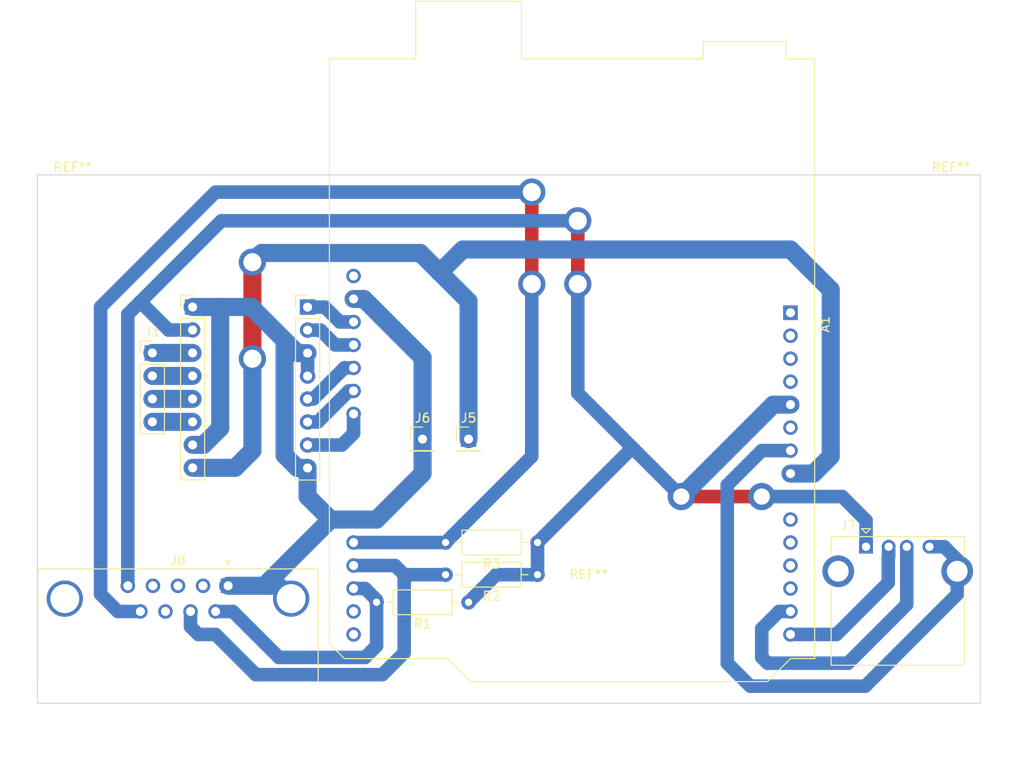
<source format=kicad_pcb>
(kicad_pcb (version 20221018) (generator pcbnew)
  (layers (0 "F.Cu" signal) (31 "B.Cu" signal) (34 "B.Paste" user) (35 "F.Paste" user) (36 "B.SilkS" user "B.Silkscreen") (37 "F.SilkS" user "F.Silkscreen") (38 "B.Mask" user) (39 "F.Mask" user) (44 "Edge.Cuts" user))
  (net 0 "")
  (net 5 "Net-(A1-+5V)")
  (net 7 "Net-(J7-GND)")
  (net 8 "Net-(A1-VIN)")
  (net 13 "Net-(A1-SDA{slash}A4)")
  (net 14 "Net-(A1-SCL{slash}A5)")
  (net 17 "Net-(A1-D2)")
  (net 18 "Net-(A1-D3)")
  (net 19 "Net-(A1-D4)")
  (net 20 "Net-(A1-D9)")
  (net 21 "Net-(A1-D10)")
  (net 22 "Net-(A1-D11)")
  (net 23 "Net-(A1-D12)")
  (net 24 "Net-(A1-D13)")
  (net 25 "Net-(J2-Pin_1)")
  (net 27 "Net-(J1-Pin_1)")
  (net 28 "Net-(J1-Pin_2)")
  (net 29 "Net-(J1-Pin_3)")
  (net 30 "Net-(J1-Pin_4)")
  (footprint "Connector_Dsub:DSUB-9_Female_Horizontal_P2.77x2.84mm_EdgePinOffset7.70mm_Housed_MountingHolesOffset9.12mm" (layer "F.Cu") (at 113.145 98.76)
    (fp_text reference "J8" (at -5.54 -2.8) (layer "F.SilkS"))
    (fp_text value "RotaryEncoder")
    (fp_line (start -21.025 -1.86) (end 9.945 -1.86) (stroke (width 0.12)) (layer "F.SilkS"))
    (fp_line (start -21.025 10.48) (end -21.025 -1.86) (stroke (width 0.12)) (layer "F.SilkS"))
    (fp_line (start -0.25 -2.754338) (end 0.25 -2.754338) (stroke (width 0.12)) (layer "F.SilkS"))
    (fp_line (start 0 -2.321325) (end -0.25 -2.754338) (stroke (width 0.12)) (layer "F.SilkS"))
    (fp_line (start 0.25 -2.754338) (end 0 -2.321325) (stroke (width 0.12)) (layer "F.SilkS"))
    (fp_line (start 9.945 -1.86) (end 9.945 10.48) (stroke (width 0.12)) (layer "F.SilkS"))
    (pad "0" thru_hole circle (at -18.04 1.42) (size 4 4) (drill 3.2) (layers "*.Cu" "*.Mask") (net 25 "Net-(J2-Pin_1)"))
    (pad "0" thru_hole circle (at 6.96 1.42) (size 4 4) (drill 3.2) (layers "*.Cu" "*.Mask") (net 25 "Net-(J2-Pin_1)"))
    (pad "1" thru_hole rect (at 0 0) (size 1.6 1.6) (drill 1) (layers "*.Cu" "*.Mask") (net 25 "Net-(J2-Pin_1)"))
    (pad "2" thru_hole circle (at -2.77 0) (size 1.6 1.6) (drill 1) (layers "*.Cu" "*.Mask"))
    (pad "3" thru_hole circle (at -5.54 0) (size 1.6 1.6) (drill 1) (layers "*.Cu" "*.Mask"))
    (pad "4" thru_hole circle (at -8.31 0) (size 1.6 1.6) (drill 1) (layers "*.Cu" "*.Mask"))
    (pad "5" thru_hole circle (at -11.08 0) (size 1.6 1.6) (drill 1) (layers "*.Cu" "*.Mask") (net 5 "Net-(A1-+5V)"))
    (pad "6" thru_hole circle (at -1.385 2.84) (size 1.6 1.6) (drill 1) (layers "*.Cu" "*.Mask") (net 17 "Net-(A1-D2)"))
    (pad "7" thru_hole circle (at -4.155 2.84) (size 1.6 1.6) (drill 1) (layers "*.Cu" "*.Mask") (net 18 "Net-(A1-D3)"))
    (pad "8" thru_hole circle (at -6.925 2.84) (size 1.6 1.6) (drill 1) (layers "*.Cu" "*.Mask"))
    (pad "9" thru_hole circle (at -9.695 2.84) (size 1.6 1.6) (drill 1) (layers "*.Cu" "*.Mask") (net 19 "Net-(A1-D4)"))
  )
  (footprint "Module:Arduino_UNO_R2" (layer "F.Cu") (at 175.26 68.58 -90)
    (fp_text reference "A1" (at 1.27 -3.81 90) (layer "F.SilkS"))
    (fp_text value "Arduino_UNO_R2")
    (fp_line (start -34.42 29.72) (end -34.42 41.4) (stroke (width 0.12)) (layer "F.SilkS"))
    (fp_line (start -34.42 41.4) (end -28.07 41.4) (stroke (width 0.12)) (layer "F.SilkS"))
    (fp_line (start -29.97 0.51) (end -29.97 9.65) (stroke (width 0.12)) (layer "F.SilkS"))
    (fp_line (start -29.97 9.65) (end -28.07 9.65) (stroke (width 0.12)) (layer "F.SilkS"))
    (fp_line (start -28.07 -2.67) (end -28.07 0.51) (stroke (width 0.12)) (layer "F.SilkS"))
    (fp_line (start -28.07 0.51) (end -29.97 0.51) (stroke (width 0.12)) (layer "F.SilkS"))
    (fp_line (start -28.07 9.65) (end -28.07 29.72) (stroke (width 0.12)) (layer "F.SilkS"))
    (fp_line (start -28.07 29.72) (end -34.42 29.72) (stroke (width 0.12)) (layer "F.SilkS"))
    (fp_line (start -28.07 41.4) (end -28.07 50.93) (stroke (width 0.12)) (layer "F.SilkS"))
    (fp_line (start -28.07 50.93) (end 36.58 50.93) (stroke (width 0.12)) (layer "F.SilkS"))
    (fp_line (start 36.58 50.93) (end 38.23 49.28) (stroke (width 0.12)) (layer "F.SilkS"))
    (fp_line (start 38.23 -2.67) (end -28.07 -2.67) (stroke (width 0.12)) (layer "F.SilkS"))
    (fp_line (start 38.23 0) (end 38.23 -2.67) (stroke (width 0.12)) (layer "F.SilkS"))
    (fp_line (start 38.23 37.85) (end 40.77 35.31) (stroke (width 0.12)) (layer "F.SilkS"))
    (fp_line (start 38.23 49.28) (end 38.23 37.85) (stroke (width 0.12)) (layer "F.SilkS"))
    (fp_line (start 40.77 2.54) (end 38.23 0) (stroke (width 0.12)) (layer "F.SilkS"))
    (fp_line (start 40.77 35.31) (end 40.77 2.54) (stroke (width 0.12)) (layer "F.SilkS"))
    (pad "1" thru_hole rect (at 0 0) (size 1.6 1.6) (drill 1) (layers "*.Cu" "*.Mask"))
    (pad "2" thru_hole oval (at 2.54 0) (size 1.6 1.6) (drill 1) (layers "*.Cu" "*.Mask"))
    (pad "3" thru_hole oval (at 5.08 0) (size 1.6 1.6) (drill 1) (layers "*.Cu" "*.Mask"))
    (pad "4" thru_hole oval (at 7.62 0) (size 1.6 1.6) (drill 1) (layers "*.Cu" "*.Mask"))
    (pad "5" thru_hole oval (at 10.16 0) (size 1.6 1.6) (drill 1) (layers "*.Cu" "*.Mask") (net 5 "Net-(A1-+5V)"))
    (pad "6" thru_hole oval (at 12.7 0) (size 1.6 1.6) (drill 1) (layers "*.Cu" "*.Mask"))
    (pad "7" thru_hole oval (at 15.24 0) (size 1.6 1.6) (drill 1) (layers "*.Cu" "*.Mask") (net 7 "Net-(J7-GND)"))
    (pad "8" thru_hole oval (at 17.78 0) (size 1.6 1.6) (drill 1) (layers "*.Cu" "*.Mask") (net 8 "Net-(A1-VIN)"))
    (pad "9" thru_hole oval (at 22.86 0) (size 1.6 1.6) (drill 1) (layers "*.Cu" "*.Mask"))
    (pad "10" thru_hole oval (at 25.4 0) (size 1.6 1.6) (drill 1) (layers "*.Cu" "*.Mask"))
    (pad "11" thru_hole oval (at 27.94 0) (size 1.6 1.6) (drill 1) (layers "*.Cu" "*.Mask"))
    (pad "12" thru_hole oval (at 30.48 0) (size 1.6 1.6) (drill 1) (layers "*.Cu" "*.Mask"))
    (pad "13" thru_hole oval (at 33.02 0) (size 1.6 1.6) (drill 1) (layers "*.Cu" "*.Mask") (net 13 "Net-(A1-SDA{slash}A4)"))
    (pad "14" thru_hole oval (at 35.56 0) (size 1.6 1.6) (drill 1) (layers "*.Cu" "*.Mask") (net 14 "Net-(A1-SCL{slash}A5)"))
    (pad "15" thru_hole oval (at 35.56 48.26) (size 1.6 1.6) (drill 1) (layers "*.Cu" "*.Mask"))
    (pad "16" thru_hole oval (at 33.02 48.26) (size 1.6 1.6) (drill 1) (layers "*.Cu" "*.Mask"))
    (pad "17" thru_hole oval (at 30.48 48.26) (size 1.6 1.6) (drill 1) (layers "*.Cu" "*.Mask") (net 17 "Net-(A1-D2)"))
    (pad "18" thru_hole oval (at 27.94 48.26) (size 1.6 1.6) (drill 1) (layers "*.Cu" "*.Mask") (net 18 "Net-(A1-D3)"))
    (pad "19" thru_hole oval (at 25.4 48.26) (size 1.6 1.6) (drill 1) (layers "*.Cu" "*.Mask") (net 19 "Net-(A1-D4)"))
    (pad "24" thru_hole oval (at 11.18 48.26) (size 1.6 1.6) (drill 1) (layers "*.Cu" "*.Mask") (net 20 "Net-(A1-D9)"))
    (pad "25" thru_hole oval (at 8.64 48.26) (size 1.6 1.6) (drill 1) (layers "*.Cu" "*.Mask") (net 21 "Net-(A1-D10)"))
    (pad "26" thru_hole oval (at 6.1 48.26) (size 1.6 1.6) (drill 1) (layers "*.Cu" "*.Mask") (net 22 "Net-(A1-D11)"))
    (pad "27" thru_hole oval (at 3.56 48.26) (size 1.6 1.6) (drill 1) (layers "*.Cu" "*.Mask") (net 23 "Net-(A1-D12)"))
    (pad "28" thru_hole oval (at 1.02 48.26) (size 1.6 1.6) (drill 1) (layers "*.Cu" "*.Mask") (net 24 "Net-(A1-D13)"))
    (pad "29" thru_hole oval (at -1.52 48.26) (size 1.6 1.6) (drill 1) (layers "*.Cu" "*.Mask") (net 25 "Net-(J2-Pin_1)"))
    (pad "30" thru_hole oval (at -4.06 48.26) (size 1.6 1.6) (drill 1) (layers "*.Cu" "*.Mask"))
  )
  (footprint "Connector_PinHeader_2.54mm:PinHeader_1x04_P2.54mm_Vertical" (layer "F.Cu") (at 104.775 73.025)
    (fp_text reference "J1" (at 0 -2.33) (layer "F.SilkS"))
    (fp_text value "StepperMotor" hide)
    (fp_line (start -1.33 -1.33) (end 0 -1.33) (stroke (width 0.12)) (layer "F.SilkS"))
    (fp_line (start -1.33 0) (end -1.33 -1.33) (stroke (width 0.12)) (layer "F.SilkS"))
    (fp_line (start -1.33 1.27) (end -1.33 8.95) (stroke (width 0.12)) (layer "F.SilkS"))
    (fp_line (start -1.33 1.27) (end 1.33 1.27) (stroke (width 0.12)) (layer "F.SilkS"))
    (fp_line (start -1.33 8.95) (end 1.33 8.95) (stroke (width 0.12)) (layer "F.SilkS"))
    (fp_line (start 1.33 1.27) (end 1.33 8.95) (stroke (width 0.12)) (layer "F.SilkS"))
    (pad "1" thru_hole rect (at 0 0) (size 1.7 1.7) (drill 1) (layers "*.Cu" "*.Mask") (net 27 "Net-(J1-Pin_1)"))
    (pad "2" thru_hole oval (at 0 2.54) (size 1.7 1.7) (drill 1) (layers "*.Cu" "*.Mask") (net 28 "Net-(J1-Pin_2)"))
    (pad "3" thru_hole oval (at 0 5.08) (size 1.7 1.7) (drill 1) (layers "*.Cu" "*.Mask") (net 29 "Net-(J1-Pin_3)"))
    (pad "4" thru_hole oval (at 0 7.62) (size 1.7 1.7) (drill 1) (layers "*.Cu" "*.Mask") (net 30 "Net-(J1-Pin_4)"))
  )
  (footprint "MountingHole:MountingHole_3.5mm" (layer "F.Cu") (at 193 57)
    (fp_text reference "REF**" (at 0 -4.5) (layer "F.SilkS"))
    (fp_text value "MountingHole_3.5mm")
    (pad "" np_thru_hole circle (at 0 0) (size 3.5 3.5) (drill 3.5) (layers "*.Cu" "*.Mask"))
  )
  (footprint "Resistor_THT:R_Axial_DIN0207_L6.3mm_D2.5mm_P10.16mm_Horizontal" (layer "F.Cu") (at 147.32 93.98 180)
    (fp_text reference "R3" (at 5.08 -2.37) (layer "F.SilkS"))
    (fp_text value "100")
    (fp_line (start 1.04 0) (end 1.81 0) (stroke (width 0.12)) (layer "F.SilkS"))
    (fp_line (start 1.81 -1.37) (end 1.81 1.37) (stroke (width 0.12)) (layer "F.SilkS"))
    (fp_line (start 1.81 1.37) (end 8.35 1.37) (stroke (width 0.12)) (layer "F.SilkS"))
    (fp_line (start 8.35 -1.37) (end 1.81 -1.37) (stroke (width 0.12)) (layer "F.SilkS"))
    (fp_line (start 8.35 1.37) (end 8.35 -1.37) (stroke (width 0.12)) (layer "F.SilkS"))
    (fp_line (start 9.12 0) (end 8.35 0) (stroke (width 0.12)) (layer "F.SilkS"))
    (pad "1" thru_hole circle (at 0 0 180) (size 1.6 1.6) (drill 0.8) (layers "*.Cu" "*.Mask") (net 5 "Net-(A1-+5V)"))
    (pad "2" thru_hole oval (at 10.16 0 180) (size 1.6 1.6) (drill 0.8) (layers "*.Cu" "*.Mask") (net 19 "Net-(A1-D4)"))
  )
  (footprint "Resistor_THT:R_Axial_DIN0207_L6.3mm_D2.5mm_P10.16mm_Horizontal" (layer "F.Cu") (at 139.7 100.584 180)
    (fp_text reference "R1" (at 5.08 -2.37) (layer "F.SilkS"))
    (fp_text value "100")
    (fp_line (start 1.04 0) (end 1.81 0) (stroke (width 0.12)) (layer "F.SilkS"))
    (fp_line (start 1.81 -1.37) (end 1.81 1.37) (stroke (width 0.12)) (layer "F.SilkS"))
    (fp_line (start 1.81 1.37) (end 8.35 1.37) (stroke (width 0.12)) (layer "F.SilkS"))
    (fp_line (start 8.35 -1.37) (end 1.81 -1.37) (stroke (width 0.12)) (layer "F.SilkS"))
    (fp_line (start 8.35 1.37) (end 8.35 -1.37) (stroke (width 0.12)) (layer "F.SilkS"))
    (fp_line (start 9.12 0) (end 8.35 0) (stroke (width 0.12)) (layer "F.SilkS"))
    (pad "1" thru_hole circle (at 0 0 180) (size 1.6 1.6) (drill 0.8) (layers "*.Cu" "*.Mask") (net 5 "Net-(A1-+5V)"))
    (pad "2" thru_hole oval (at 10.16 0 180) (size 1.6 1.6) (drill 0.8) (layers "*.Cu" "*.Mask") (net 17 "Net-(A1-D2)"))
  )
  (footprint "Connector_PinHeader_2.54mm:PinHeader_1x01_P2.54mm_Vertical" (layer "F.Cu") (at 134.62 82.55)
    (fp_text reference "J6" (at 0 -2.33) (layer "F.SilkS"))
    (fp_text value "GND")
    (fp_line (start -1.33 -1.33) (end 0 -1.33) (stroke (width 0.12)) (layer "F.SilkS"))
    (fp_line (start -1.33 0) (end -1.33 -1.33) (stroke (width 0.12)) (layer "F.SilkS"))
    (fp_line (start -1.33 1.27) (end -1.33 1.33) (stroke (width 0.12)) (layer "F.SilkS"))
    (fp_line (start -1.33 1.27) (end 1.33 1.27) (stroke (width 0.12)) (layer "F.SilkS"))
    (fp_line (start -1.33 1.33) (end 1.33 1.33) (stroke (width 0.12)) (layer "F.SilkS"))
    (fp_line (start 1.33 1.27) (end 1.33 1.33) (stroke (width 0.12)) (layer "F.SilkS"))
    (pad "1" thru_hole rect (at 0 0) (size 1.7 1.7) (drill 1) (layers "*.Cu" "*.Mask") (net 25 "Net-(J2-Pin_1)"))
  )
  (footprint "Connector_PinHeader_2.54mm:PinHeader_1x08_P2.54mm_Vertical" (layer "F.Cu") (at 109.22 67.945)
    (fp_text reference "J2" hide)
    (fp_text value "StepperDriverA")
    (fp_line (start -1.33 -1.33) (end 0 -1.33) (stroke (width 0.12)) (layer "F.SilkS"))
    (fp_line (start -1.33 0) (end -1.33 -1.33) (stroke (width 0.12)) (layer "F.SilkS"))
    (fp_line (start -1.33 1.27) (end -1.33 19.11) (stroke (width 0.12)) (layer "F.SilkS"))
    (fp_line (start -1.33 1.27) (end 1.33 1.27) (stroke (width 0.12)) (layer "F.SilkS"))
    (fp_line (start -1.33 19.11) (end 1.33 19.11) (stroke (width 0.12)) (layer "F.SilkS"))
    (fp_line (start 1.33 1.27) (end 1.33 19.11) (stroke (width 0.12)) (layer "F.SilkS"))
    (pad "1" thru_hole rect (at 0 0) (size 1.7 1.7) (drill 1) (layers "*.Cu" "*.Mask") (net 25 "Net-(J2-Pin_1)"))
    (pad "2" thru_hole oval (at 0 2.54) (size 1.7 1.7) (drill 1) (layers "*.Cu" "*.Mask") (net 5 "Net-(A1-+5V)"))
    (pad "3" thru_hole oval (at 0 5.08) (size 1.7 1.7) (drill 1) (layers "*.Cu" "*.Mask") (net 27 "Net-(J1-Pin_1)"))
    (pad "4" thru_hole oval (at 0 7.62) (size 1.7 1.7) (drill 1) (layers "*.Cu" "*.Mask") (net 28 "Net-(J1-Pin_2)"))
    (pad "5" thru_hole oval (at 0 10.16) (size 1.7 1.7) (drill 1) (layers "*.Cu" "*.Mask") (net 29 "Net-(J1-Pin_3)"))
    (pad "6" thru_hole oval (at 0 12.7) (size 1.7 1.7) (drill 1) (layers "*.Cu" "*.Mask") (net 30 "Net-(J1-Pin_4)"))
    (pad "7" thru_hole oval (at 0 15.24) (size 1.7 1.7) (drill 1) (layers "*.Cu" "*.Mask") (net 25 "Net-(J2-Pin_1)"))
    (pad "8" thru_hole oval (at 0 17.78) (size 1.7 1.7) (drill 1) (layers "*.Cu" "*.Mask") (net 8 "Net-(A1-VIN)"))
  )
  (footprint "MountingHole:MountingHole_3.5mm" (layer "F.Cu") (at 153 102)
    (fp_text reference "REF**" (at 0 -4.5) (layer "F.SilkS"))
    (fp_text value "MountingHole_3.5mm")
    (pad "" np_thru_hole circle (at 0 0) (size 3.5 3.5) (drill 3.5) (layers "*.Cu" "*.Mask"))
  )
  (footprint "Connector_PinHeader_2.54mm:PinHeader_1x08_P2.54mm_Vertical" (layer "F.Cu") (at 121.92 67.96)
    (fp_text reference "J3" hide)
    (fp_text value "StepperDriverB")
    (fp_line (start -1.33 -1.33) (end 0 -1.33) (stroke (width 0.12)) (layer "F.SilkS"))
    (fp_line (start -1.33 0) (end -1.33 -1.33) (stroke (width 0.12)) (layer "F.SilkS"))
    (fp_line (start -1.33 1.27) (end -1.33 19.11) (stroke (width 0.12)) (layer "F.SilkS"))
    (fp_line (start -1.33 1.27) (end 1.33 1.27) (stroke (width 0.12)) (layer "F.SilkS"))
    (fp_line (start -1.33 19.11) (end 1.33 19.11) (stroke (width 0.12)) (layer "F.SilkS"))
    (fp_line (start 1.33 1.27) (end 1.33 19.11) (stroke (width 0.12)) (layer "F.SilkS"))
    (pad "1" thru_hole rect (at 0 0) (size 1.7 1.7) (drill 1) (layers "*.Cu" "*.Mask") (net 24 "Net-(A1-D13)"))
    (pad "2" thru_hole oval (at 0 2.54) (size 1.7 1.7) (drill 1) (layers "*.Cu" "*.Mask") (net 23 "Net-(A1-D12)"))
    (pad "3" thru_hole oval (at 0 5.08) (size 1.7 1.7) (drill 1) (layers "*.Cu" "*.Mask") (net 25 "Net-(J2-Pin_1)"))
    (pad "4" thru_hole oval (at 0 7.62) (size 1.7 1.7) (drill 1) (layers "*.Cu" "*.Mask") (net 25 "Net-(J2-Pin_1)"))
    (pad "5" thru_hole oval (at 0 10.16) (size 1.7 1.7) (drill 1) (layers "*.Cu" "*.Mask") (net 22 "Net-(A1-D11)"))
    (pad "6" thru_hole oval (at 0 12.7) (size 1.7 1.7) (drill 1) (layers "*.Cu" "*.Mask") (net 21 "Net-(A1-D10)"))
    (pad "7" thru_hole oval (at 0 15.24) (size 1.7 1.7) (drill 1) (layers "*.Cu" "*.Mask") (net 20 "Net-(A1-D9)"))
    (pad "8" thru_hole oval (at 0 17.78) (size 1.7 1.7) (drill 1) (layers "*.Cu" "*.Mask") (net 25 "Net-(J2-Pin_1)"))
  )
  (footprint "MountingHole:MountingHole_3.5mm" (layer "F.Cu") (at 96 57)
    (fp_text reference "REF**" (at 0 -4.5) (layer "F.SilkS"))
    (fp_text value "MountingHole_3.5mm")
    (pad "" np_thru_hole circle (at 0 0) (size 3.5 3.5) (drill 3.5) (layers "*.Cu" "*.Mask"))
  )
  (footprint "Connector_PinHeader_2.54mm:PinHeader_1x01_P2.54mm_Vertical" (layer "F.Cu") (at 139.7 82.55)
    (fp_text reference "J5" (at 0 -2.33) (layer "F.SilkS"))
    (fp_text value "+12V")
    (fp_line (start -1.33 -1.33) (end 0 -1.33) (stroke (width 0.12)) (layer "F.SilkS"))
    (fp_line (start -1.33 0) (end -1.33 -1.33) (stroke (width 0.12)) (layer "F.SilkS"))
    (fp_line (start -1.33 1.27) (end -1.33 1.33) (stroke (width 0.12)) (layer "F.SilkS"))
    (fp_line (start -1.33 1.27) (end 1.33 1.27) (stroke (width 0.12)) (layer "F.SilkS"))
    (fp_line (start -1.33 1.33) (end 1.33 1.33) (stroke (width 0.12)) (layer "F.SilkS"))
    (fp_line (start 1.33 1.27) (end 1.33 1.33) (stroke (width 0.12)) (layer "F.SilkS"))
    (pad "1" thru_hole rect (at 0 0) (size 1.7 1.7) (drill 1) (layers "*.Cu" "*.Mask") (net 8 "Net-(A1-VIN)"))
  )
  (footprint "Resistor_THT:R_Axial_DIN0207_L6.3mm_D2.5mm_P10.16mm_Horizontal" (layer "F.Cu") (at 147.32 97.536 180)
    (fp_text reference "R2" (at 5.08 -2.37) (layer "F.SilkS"))
    (fp_text value "100")
    (fp_line (start 1.04 0) (end 1.81 0) (stroke (width 0.12)) (layer "F.SilkS"))
    (fp_line (start 1.81 -1.37) (end 1.81 1.37) (stroke (width 0.12)) (layer "F.SilkS"))
    (fp_line (start 1.81 1.37) (end 8.35 1.37) (stroke (width 0.12)) (layer "F.SilkS"))
    (fp_line (start 8.35 -1.37) (end 1.81 -1.37) (stroke (width 0.12)) (layer "F.SilkS"))
    (fp_line (start 8.35 1.37) (end 8.35 -1.37) (stroke (width 0.12)) (layer "F.SilkS"))
    (fp_line (start 9.12 0) (end 8.35 0) (stroke (width 0.12)) (layer "F.SilkS"))
    (pad "1" thru_hole circle (at 0 0 180) (size 1.6 1.6) (drill 0.8) (layers "*.Cu" "*.Mask") (net 5 "Net-(A1-+5V)"))
    (pad "2" thru_hole oval (at 10.16 0 180) (size 1.6 1.6) (drill 0.8) (layers "*.Cu" "*.Mask") (net 18 "Net-(A1-D3)"))
  )
  (footprint "Connector_USB:USB_A_CONNFLY_DS1095-WNR0" (layer "F.Cu") (at 183.605 94.445)
    (fp_text reference "J7" (at -1.95 -2.35) (layer "F.SilkS"))
    (fp_text value "Display")
    (fp_line (start -3.86 -1.12) (end -3.86 0.86) (stroke (width 0.12)) (layer "F.SilkS"))
    (fp_line (start -3.86 -1.12) (end 10.86 -1.12) (stroke (width 0.12)) (layer "F.SilkS"))
    (fp_line (start -3.86 4.56) (end -3.86 13.1) (stroke (width 0.12)) (layer "F.SilkS"))
    (fp_line (start -3.86 13.1) (end 10.86 13.1) (stroke (width 0.12)) (layer "F.SilkS"))
    (fp_line (start -0.5 -2) (end 0 -1.5) (stroke (width 0.12)) (layer "F.SilkS"))
    (fp_line (start 0 -1.5) (end 0.5 -2) (stroke (width 0.12)) (layer "F.SilkS"))
    (fp_line (start 0.5 -2) (end -0.5 -2) (stroke (width 0.12)) (layer "F.SilkS"))
    (fp_line (start 10.86 0.86) (end 10.86 -1.12) (stroke (width 0.12)) (layer "F.SilkS"))
    (fp_line (start 10.86 4.56) (end 10.86 13.1) (stroke (width 0.12)) (layer "F.SilkS"))
    (pad "1" thru_hole rect (at 0 0) (size 1.524 1.524) (drill 0.92) (layers "*.Cu" "*.Mask") (net 5 "Net-(A1-+5V)"))
    (pad "2" thru_hole circle (at 2.5 0) (size 1.524 1.524) (drill 0.92) (layers "*.Cu" "*.Mask") (net 14 "Net-(A1-SCL{slash}A5)"))
    (pad "3" thru_hole circle (at 4.5 0) (size 1.524 1.524) (drill 0.92) (layers "*.Cu" "*.Mask") (net 13 "Net-(A1-SDA{slash}A4)"))
    (pad "4" thru_hole circle (at 7 0) (size 1.524 1.524) (drill 0.92) (layers "*.Cu" "*.Mask") (net 7 "Net-(J7-GND)"))
    (pad "5" thru_hole circle (at -3.07 2.71) (size 3.5 3.5) (drill 2.3) (layers "*.Cu" "*.Mask") (net 7 "Net-(J7-GND)"))
    (pad "5" thru_hole circle (at 10.07 2.71) (size 3.5 3.5) (drill 2.3) (layers "*.Cu" "*.Mask") (net 7 "Net-(J7-GND)"))
  )
  (gr_rect (start 92.075 53.34) (end 196.215 111.76) (stroke (width 0.1)) (fill none) (layer "Edge.Cuts"))
  (segment (start 172.085 88.9) (end 163.195 88.9) (width 1.5) (layer "F.Cu") (net 5))
  (segment (start 151.765 58.42) (end 151.765 65.405) (width 1.5) (layer "F.Cu") (net 5))
  (via (at 172.085 88.9) (size 3) (drill 1.8) (layers "F.Cu" "B.Cu") (net 5))
  (via (at 163.195 88.9) (size 3) (drill 1.8) (layers "F.Cu" "B.Cu") (net 5))
  (via (at 151.765 65.405) (size 3) (drill 2) (layers "F.Cu" "B.Cu") (net 5))
  (via (at 151.765 58.42) (size 3) (drill 2) (layers "F.Cu" "B.Cu") (net 5))
  (segment (start 160.0835 85.7885) (end 163.195 88.9) (width 1.5) (layer "B.Cu") (net 5))
  (segment (start 183.605 94.445) (end 183.605 91.53) (width 1.5) (layer "B.Cu") (net 5))
  (segment (start 173.355 78.74) (end 175.26 78.74) (width 2) (layer "B.Cu") (net 5))
  (segment (start 151.765 64.77) (end 151.765 77.47) (width 1.5) (layer "B.Cu") (net 5))
  (segment (start 157.7975 83.5025) (end 160.0835 85.7885) (width 1.5) (layer "B.Cu") (net 5))
  (segment (start 147.32 93.98) (end 147.32 97.536) (width 1.5) (layer "B.Cu") (net 5))
  (segment (start 180.975 88.9) (end 172.085 88.9) (width 1.5) (layer "B.Cu") (net 5))
  (segment (start 106.553 70.485) (end 103.4415 67.3735) (width 1.5) (layer "B.Cu") (net 5))
  (segment (start 163.195 88.9) (end 173.355 78.74) (width 2) (layer "B.Cu") (net 5))
  (segment (start 102.065 98.76) (end 102.065 68.75) (width 1.5) (layer "B.Cu") (net 5))
  (segment (start 109.22 70.485) (end 106.553 70.485) (width 1.5) (layer "B.Cu") (net 5))
  (segment (start 142.748 97.536) (end 147.32 97.536) (width 1.5) (layer "B.Cu") (net 5))
  (segment (start 103.4415 67.3735) (end 112.395 58.42) (width 1.5) (layer "B.Cu") (net 5))
  (segment (start 182.245 90.17) (end 180.975 88.9) (width 1.5) (layer "B.Cu") (net 5))
  (segment (start 151.765 77.47) (end 157.7975 83.5025) (width 1.5) (layer "B.Cu") (net 5))
  (segment (start 102.065 68.75) (end 103.4415 67.3735) (width 1.5) (layer "B.Cu") (net 5))
  (segment (start 112.395 58.42) (end 151.765 58.42) (width 1.5) (layer "B.Cu") (net 5))
  (segment (start 147.32 93.98) (end 157.7975 83.5025) (width 1.5) (layer "B.Cu") (net 5))
  (segment (start 139.7 100.584) (end 142.748 97.536) (width 1.5) (layer "B.Cu") (net 5))
  (segment (start 183.605 91.53) (end 182.245 90.17) (width 1.5) (layer "B.Cu") (net 5))
  (segment (start 175.26 83.82) (end 172.085 83.82) (width 1.5) (layer "B.Cu") (net 7))
  (segment (start 193.675 95.885) (end 192.235 94.445) (width 1.5) (layer "B.Cu") (net 7))
  (segment (start 193.675 97.155) (end 193.675 95.885) (width 1.5) (layer "B.Cu") (net 7))
  (segment (start 172.085 83.82) (end 168.275 87.63) (width 1.5) (layer "B.Cu") (net 7))
  (segment (start 168.275 87.63) (end 168.275 107.315) (width 1.5) (layer "B.Cu") (net 7))
  (segment (start 183.515 109.855) (end 193.675 99.695) (width 1.5) (layer "B.Cu") (net 7))
  (segment (start 168.275 107.315) (end 170.815 109.855) (width 1.5) (layer "B.Cu") (net 7))
  (segment (start 192.235 94.445) (end 190.605 94.445) (width 1.5) (layer "B.Cu") (net 7))
  (segment (start 170.815 109.855) (end 183.515 109.855) (width 1.5) (layer "B.Cu") (net 7))
  (segment (start 193.675 99.695) (end 193.675 97.155) (width 1.5) (layer "B.Cu") (net 7))
  (segment (start 115.824 62.992) (end 115.824 73.66) (width 2) (layer "F.Cu") (net 8))
  (via (at 115.824 62.992) (size 3) (drill 2) (layers "F.Cu" "B.Cu") (net 8))
  (via (at 115.824 73.66) (size 3) (drill 2) (layers "F.Cu" "B.Cu") (net 8))
  (segment (start 115.824 83.82) (end 115.824 73.66) (width 2) (layer "B.Cu") (net 8))
  (segment (start 139.7 67.31) (end 136.525 64.135) (width 2) (layer "B.Cu") (net 8))
  (segment (start 139.7 82.55) (end 139.7 67.31) (width 2) (layer "B.Cu") (net 8))
  (segment (start 136.525 64.135) (end 139.065 61.595) (width 2) (layer "B.Cu") (net 8))
  (segment (start 134.366 61.976) (end 116.84 61.976) (width 2) (layer "B.Cu") (net 8))
  (segment (start 179.705 84.455) (end 177.8 86.36) (width 2) (layer "B.Cu") (net 8))
  (segment (start 177.8 86.36) (end 175.26 86.36) (width 2) (layer "B.Cu") (net 8))
  (segment (start 139.065 61.595) (end 175.26 61.595) (width 2) (layer "B.Cu") (net 8))
  (segment (start 113.919 85.725) (end 115.824 83.82) (width 2) (layer "B.Cu") (net 8))
  (segment (start 179.705 66.04) (end 179.705 84.455) (width 2) (layer "B.Cu") (net 8))
  (segment (start 175.26 61.595) (end 179.705 66.04) (width 2) (layer "B.Cu") (net 8))
  (segment (start 109.22 85.725) (end 113.919 85.725) (width 2) (layer "B.Cu") (net 8))
  (segment (start 136.525 64.135) (end 134.366 61.976) (width 2) (layer "B.Cu") (net 8))
  (segment (start 116.84 61.976) (end 115.824 62.992) (width 2) (layer "B.Cu") (net 8))
  (segment (start 172.085 103.505) (end 173.99 101.6) (width 1.5) (layer "B.Cu") (net 13))
  (segment (start 172.085 106.68) (end 172.085 103.505) (width 1.5) (layer "B.Cu") (net 13))
  (segment (start 188.105 100.82) (end 181.61 107.315) (width 1.5) (layer "B.Cu") (net 13))
  (segment (start 172.72 107.315) (end 172.085 106.68) (width 1.5) (layer "B.Cu") (net 13))
  (segment (start 173.99 101.6) (end 175.26 101.6) (width 1.5) (layer "B.Cu") (net 13))
  (segment (start 188.105 94.445) (end 188.105 100.82) (width 1.5) (layer "B.Cu") (net 13))
  (segment (start 181.61 107.315) (end 172.72 107.315) (width 1.5) (layer "B.Cu") (net 13))
  (segment (start 186.055 98.425) (end 180.34 104.14) (width 1.5) (layer "B.Cu") (net 14))
  (segment (start 186.105 94.445) (end 186.105 95.52263) (width 1.5) (layer "B.Cu") (net 14))
  (segment (start 186.055 95.57263) (end 186.055 98.425) (width 1.5) (layer "B.Cu") (net 14))
  (segment (start 180.34 104.14) (end 175.26 104.14) (width 1.5) (layer "B.Cu") (net 14))
  (segment (start 186.105 95.52263) (end 186.055 95.57263) (width 1.5) (layer "B.Cu") (net 14))
  (segment (start 113.665 101.6) (end 111.76 101.6) (width 1.5) (layer "B.Cu") (net 17))
  (segment (start 118.745 106.68) (end 113.665 101.6) (width 1.5) (layer "B.Cu") (net 17))
  (segment (start 128.27 106.68) (end 118.745 106.68) (width 1.5) (layer "B.Cu") (net 17))
  (segment (start 129.54 100.33) (end 129.54 105.41) (width 1.5) (layer "B.Cu") (net 17))
  (segment (start 129.54 105.41) (end 128.27 106.68) (width 1.5) (layer "B.Cu") (net 17))
  (segment (start 127 99.06) (end 128.27 99.06) (width 1.5) (layer "B.Cu") (net 17))
  (segment (start 128.27 99.06) (end 129.54 100.33) (width 1.5) (layer "B.Cu") (net 17))
  (segment (start 108.99 103.275) (end 108.99 101.6) (width 1.5) (layer "B.Cu") (net 18))
  (segment (start 109.855 104.14) (end 108.99 103.275) (width 1.5) (layer "B.Cu") (net 18))
  (segment (start 132.588 106.172) (end 130.175 108.585) (width 1.5) (layer "B.Cu") (net 18))
  (segment (start 132.588 97.536) (end 132.588 106.172) (width 1.5) (layer "B.Cu") (net 18))
  (segment (start 116.205 108.585) (end 111.76 104.14) (width 1.5) (layer "B.Cu") (net 18))
  (segment (start 111.76 104.14) (end 109.855 104.14) (width 1.5) (layer "B.Cu") (net 18))
  (segment (start 130.175 108.585) (end 116.205 108.585) (width 1.5) (layer "B.Cu") (net 18))
  (segment (start 132.588 97.536) (end 131.572 96.52) (width 1.5) (layer "B.Cu") (net 18))
  (segment (start 131.572 96.52) (end 127 96.52) (width 1.5) (layer "B.Cu") (net 18))
  (segment (start 137.16 97.536) (end 132.588 97.536) (width 1.5) (layer "B.Cu") (net 18))
  (segment (start 146.685 55.245) (end 146.685 65.405) (width 1.5) (layer "F.Cu") (net 19))
  (via (at 146.685 65.405) (size 3) (drill 2) (layers "F.Cu" "B.Cu") (net 19))
  (via (at 146.685 55.245) (size 3) (drill 2) (layers "F.Cu" "B.Cu") (net 19))
  (segment (start 99.06 67.945) (end 111.76 55.245) (width 1.5) (layer "B.Cu") (net 19))
  (segment (start 100.965 101.6) (end 99.06 99.695) (width 1.5) (layer "B.Cu") (net 19))
  (segment (start 103.45 101.6) (end 100.965 101.6) (width 1.5) (layer "B.Cu") (net 19))
  (segment (start 146.685 64.77) (end 146.685 84.455) (width 1.5) (layer "B.Cu") (net 19))
  (segment (start 99.06 99.695) (end 99.06 67.945) (width 1.5) (layer "B.Cu") (net 19))
  (segment (start 139.192 91.948) (end 137.16 93.98) (width 1.5) (layer "B.Cu") (net 19))
  (segment (start 137.16 93.98) (end 127 93.98) (width 1.5) (layer "B.Cu") (net 19))
  (segment (start 146.685 84.455) (end 139.192 91.948) (width 1.5) (layer "B.Cu") (net 19))
  (segment (start 111.76 55.245) (end 146.685 55.245) (width 1.5) (layer "B.Cu") (net 19))
  (segment (start 125.715 83.2) (end 127 81.915) (width 1.5) (layer "B.Cu") (net 20))
  (segment (start 127 81.915) (end 127 79.76) (width 1.5) (layer "B.Cu") (net 20))
  (segment (start 121.92 83.2) (end 125.715 83.2) (width 1.5) (layer "B.Cu") (net 20))
  (segment (start 126.488 77.22) (end 127 77.22) (width 1.5) (layer "B.Cu") (net 21))
  (segment (start 121.92 80.66) (end 123.048 80.66) (width 1.5) (layer "B.Cu") (net 21))
  (segment (start 123.048 80.66) (end 126.488 77.22) (width 1.5) (layer "B.Cu") (net 21))
  (segment (start 125.984 74.676) (end 125.988 74.68) (width 1.5) (layer "B.Cu") (net 22))
  (segment (start 121.92 78.12) (end 122.54 78.12) (width 1.5) (layer "B.Cu") (net 22))
  (segment (start 125.988 74.68) (end 127 74.68) (width 1.5) (layer "B.Cu") (net 22))
  (segment (start 122.54 78.12) (end 125.984 74.676) (width 1.5) (layer "B.Cu") (net 22))
  (segment (start 123.332 70.5) (end 124.972 72.14) (width 1.5) (layer "B.Cu") (net 23))
  (segment (start 124.972 72.14) (end 127 72.14) (width 1.5) (layer "B.Cu") (net 23))
  (segment (start 121.92 70.5) (end 123.332 70.5) (width 1.5) (layer "B.Cu") (net 23))
  (segment (start 123.84 67.96) (end 125.48 69.6) (width 1.5) (layer "B.Cu") (net 24))
  (segment (start 125.48 69.6) (end 127 69.6) (width 1.5) (layer "B.Cu") (net 24))
  (segment (start 121.92 67.96) (end 123.84 67.96) (width 1.5) (layer "B.Cu") (net 24))
  (segment (start 118.685 98.76) (end 120.105 100.18) (width 2) (layer "B.Cu") (net 25))
  (segment (start 134.62 82.55) (end 134.62 86.36) (width 2) (layer "B.Cu") (net 25))
  (segment (start 119.38 71.628) (end 115.697 67.945) (width 2) (layer "B.Cu") (net 25))
  (segment (start 121.92 75.58) (end 121.92 73.04) (width 1.5) (layer "B.Cu") (net 25))
  (segment (start 112.268 67.945) (end 109.22 67.945) (width 2) (layer "B.Cu") (net 25))
  (segment (start 112.268 81.339081) (end 112.268 67.945) (width 2) (layer "B.Cu") (net 25))
  (segment (start 134.62 73.54863) (end 128.13137 67.06) (width 2) (layer "B.Cu") (net 25))
  (segment (start 120.792 73.04) (end 119.38 71.628) (width 2) (layer "B.Cu") (net 25))
  (segment (start 121.92 73.04) (end 120.792 73.04) (width 2) (layer "B.Cu") (net 25))
  (segment (start 120.792 85.74) (end 119.38 84.328) (width 2) (layer "B.Cu") (net 25))
  (segment (start 128.13137 67.06) (end 127 67.06) (width 2) (layer "B.Cu") (net 25))
  (segment (start 134.62 82.55) (end 134.62 73.54863) (width 2) (layer "B.Cu") (net 25))
  (segment (start 119.38 84.328) (end 119.38 71.628) (width 2) (layer "B.Cu") (net 25))
  (segment (start 117.14 98.76) (end 118.685 98.76) (width 2) (layer "B.Cu") (net 25))
  (segment (start 114.6 98.76) (end 114.3 98.76) (width 1.5) (layer "B.Cu") (net 25))
  (segment (start 110.422081 83.185) (end 112.268 81.339081) (width 2) (layer "B.Cu") (net 25))
  (segment (start 121.92 88.9) (end 121.92 85.74) (width 2) (layer "B.Cu") (net 25))
  (segment (start 109.22 83.185) (end 110.422081 83.185) (width 2) (layer "B.Cu") (net 25))
  (segment (start 124.46 91.44) (end 121.92 88.9) (width 2) (layer "B.Cu") (net 25))
  (segment (start 134.62 86.36) (end 129.54 91.44) (width 2) (layer "B.Cu") (net 25))
  (segment (start 113.145 98.76) (end 114.3 98.76) (width 1.5) (layer "B.Cu") (net 25))
  (segment (start 124.46 91.44) (end 117.14 98.76) (width 2) (layer "B.Cu") (net 25))
  (segment (start 115.697 67.945) (end 112.268 67.945) (width 2) (layer "B.Cu") (net 25))
  (segment (start 117.14 98.76) (end 113.145 98.76) (width 2) (layer "B.Cu") (net 25))
  (segment (start 121.92 85.74) (end 120.792 85.74) (width 2) (layer "B.Cu") (net 25))
  (segment (start 129.54 91.44) (end 124.46 91.44) (width 2) (layer "B.Cu") (net 25))
  (segment (start 104.775 73.025) (end 109.22 73.025) (width 2) (layer "B.Cu") (net 27))
  (segment (start 109.22 75.565) (end 104.775 75.565) (width 2) (layer "B.Cu") (net 28))
  (segment (start 104.775 78.105) (end 109.22 78.105) (width 2) (layer "B.Cu") (net 29))
  (segment (start 109.22 80.645) (end 104.775 80.645) (width 2) (layer "B.Cu") (net 30))
)
</source>
